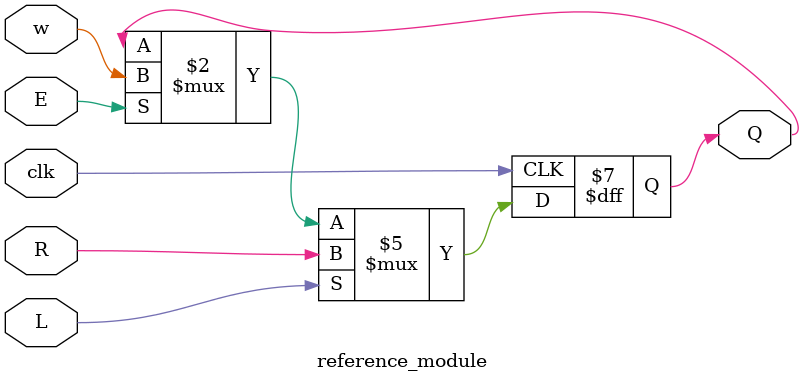
<source format=sv>
module reference_module (
	input clk,
	input w,
	input R,
	input E,
	input L,
	output reg Q
);

	always @(posedge clk)
		if (L)
			Q <= R;
		else if (E)
			Q <= w;
	
endmodule

</source>
